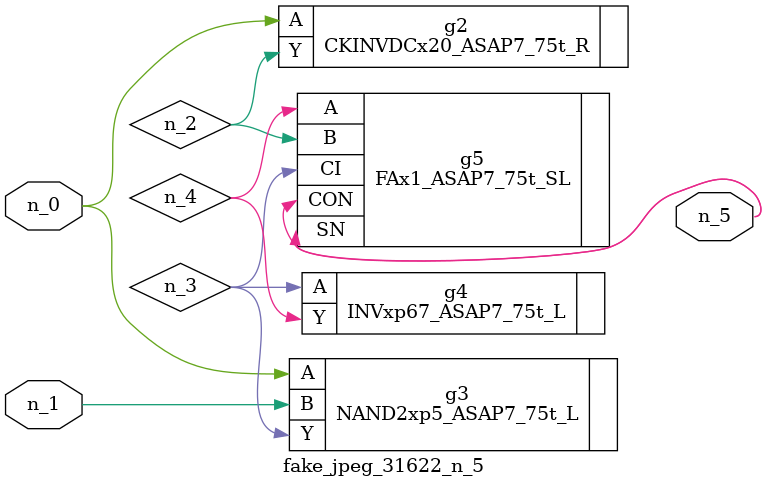
<source format=v>
module fake_jpeg_31622_n_5 (n_0, n_1, n_5);

input n_0;
input n_1;

output n_5;

wire n_2;
wire n_3;
wire n_4;

CKINVDCx20_ASAP7_75t_R g2 ( 
.A(n_0),
.Y(n_2)
);

NAND2xp5_ASAP7_75t_L g3 ( 
.A(n_0),
.B(n_1),
.Y(n_3)
);

INVxp67_ASAP7_75t_L g4 ( 
.A(n_3),
.Y(n_4)
);

FAx1_ASAP7_75t_SL g5 ( 
.A(n_4),
.B(n_2),
.CI(n_3),
.CON(n_5),
.SN(n_5)
);


endmodule
</source>
